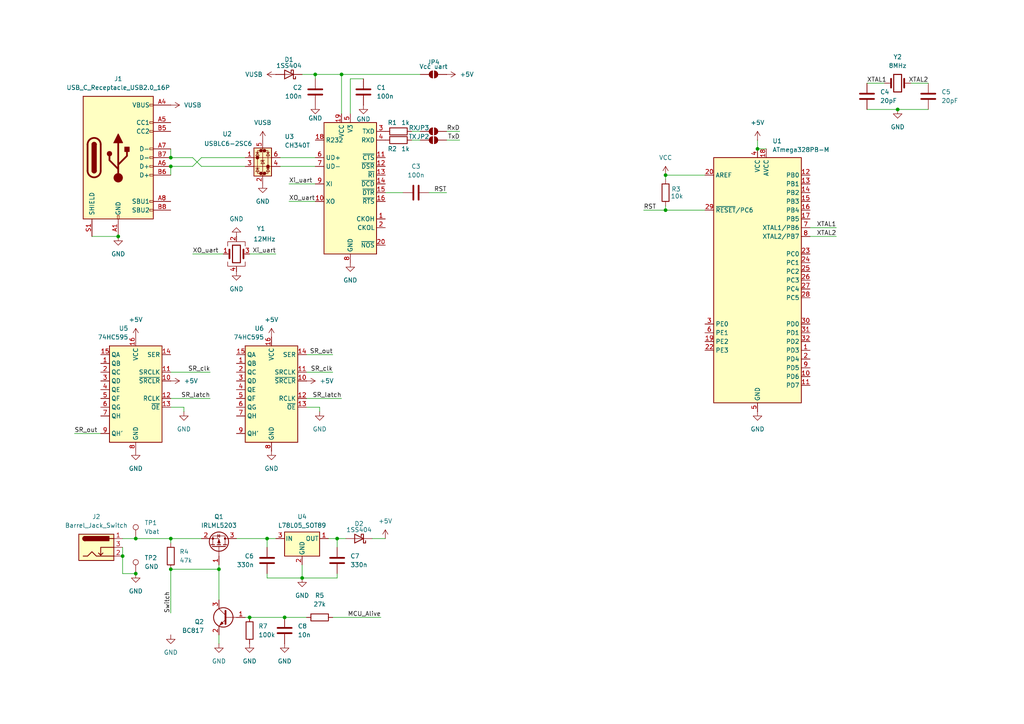
<source format=kicad_sch>
(kicad_sch (version 20250114) (generator "eeschema") (generator_version "9.0")
  (paper "A4")
  (lib_symbols
    (symbol "74xx:74HC595"
      (property "Reference" "U" (at -7.62 13.97 0))
      (property "Value" "74HC595" (at -7.62 -16.51 0))
      (symbol "74HC595_1_0"
        (pin input line (at -10.16 10.16 0) (length 2.54) (name "SER") (number "14"))
        (pin input line (at -10.16 5.08 0) (length 2.54) (name "SRCLK") (number "11"))
        (pin input line (at -10.16 2.54 0) (length 2.54) (name "~{SRCLR}") (number "10"))
        (pin input line (at -10.16 -2.54 0) (length 2.54) (name "RCLK") (number "12"))
        (pin input line (at -10.16 -5.08 0) (length 2.54) (name "~{OE}") (number "13"))
        (pin power_in line (at 0 15.24 270) (length 2.54) (name "VCC") (number "16"))
        (pin power_in line (at 0 -17.78 90) (length 2.54) (name "GND") (number "8"))
        (pin tri_state line (at 10.16 10.16 180) (length 2.54) (name "QA") (number "15"))
        (pin tri_state line (at 10.16 7.62 180) (length 2.54) (name "QB") (number "1"))
        (pin tri_state line (at 10.16 5.08 180) (length 2.54) (name "QC") (number "2"))
        (pin tri_state line (at 10.16 2.54 180) (length 2.54) (name "QD") (number "3"))
        (pin tri_state line (at 10.16 0 180) (length 2.54) (name "QE") (number "4"))
        (pin tri_state line (at 10.16 -2.54 180) (length 2.54) (name "QF") (number "5"))
        (pin tri_state line (at 10.16 -5.08 180) (length 2.54) (name "QG") (number "6"))
        (pin tri_state line (at 10.16 -7.62 180) (length 2.54) (name "QH") (number "7"))
        (pin output line (at 10.16 -12.7 180) (length 2.54) (name "QH'") (number "9"))
      )
      (symbol "74HC595_1_1"
        (rectangle (start -7.62 12.7) (end 7.62 -15.24) (stroke (width 0.254)) (fill (type background)))
      )
    )
    (symbol "Connector:Barrel_Jack_Switch" (pin_names (hide yes))
      (property "Reference" "J" (at 0 5.334 0))
      (property "Value" "Barrel_Jack_Switch" (at 0 -5.08 0))
      (symbol "Barrel_Jack_Switch_0_1"
        (rectangle (start -5.08 3.81) (end 5.08 -3.81) (stroke (width 0.254)) (fill (type background)))
        (polyline (pts (xy -3.81 -2.54) (xy -2.54 -2.54) (xy -1.27 -1.27) (xy 0 -2.54) (xy 2.54 -2.54) (xy 5.08 -2.54)) (stroke (width 0.254)))
        (arc (start -3.302 1.905) (mid -3.9343 2.54) (end -3.302 3.175) (stroke (width 0.254)))
        (arc (start -3.302 1.905) (mid -3.9343 2.54) (end -3.302 3.175) (stroke (width 0.254)) (fill (type outline)))
        (polyline (pts (xy 1.27 -2.286) (xy 1.905 -1.651)) (stroke (width 0.254)))
        (rectangle (start 3.683 3.175) (end -3.302 1.905) (stroke (width 0.254)) (fill (type outline)))
        (polyline (pts (xy 5.08 2.54) (xy 3.81 2.54)) (stroke (width 0.254)))
        (polyline (pts (xy 5.08 0) (xy 1.27 0) (xy 1.27 -2.286) (xy 0.635 -1.651)) (stroke (width 0.254)))
      )
      (symbol "Barrel_Jack_Switch_1_1"
        (pin passive line (at 7.62 2.54 180) (length 2.54) (name "~") (number "1"))
        (pin passive line (at 7.62 0 180) (length 2.54) (name "~") (number "3"))
        (pin passive line (at 7.62 -2.54 180) (length 2.54) (name "~") (number "2"))
      )
    )
    (symbol "Connector:TestPoint" (pin_numbers (hide yes)) (pin_names (offset 0.762) (hide yes))
      (property "Reference" "TP" (at 0 6.858 0))
      (property "Value" "TestPoint" (at 0 5.08 0))
      (symbol "TestPoint_0_1"
        (circle (center 0 3.302) (radius 0.762))
      )
      (symbol "TestPoint_1_1"
        (pin passive line (at 0 0 90) (length 2.54) (name "1") (number "1"))
      )
    )
    (symbol "Connector:USB_C_Receptacle_USB2.0_16P" (pin_names (offset 1.016))
      (property "Reference" "J" (at 0 22.225 0))
      (property "Value" "USB_C_Receptacle_USB2.0_16P" (at 0 19.685 0))
      (symbol "USB_C_Receptacle_USB2.0_16P_0_0"
        (rectangle (start -0.254 -17.78) (end 0.254 -16.764))
        (rectangle (start 10.16 15.494) (end 9.144 14.986))
        (rectangle (start 10.16 10.414) (end 9.144 9.906))
        (rectangle (start 10.16 7.874) (end 9.144 7.366))
        (rectangle (start 10.16 2.794) (end 9.144 2.286))
        (rectangle (start 10.16 0.254) (end 9.144 -0.254))
        (rectangle (start 10.16 -2.286) (end 9.144 -2.794))
        (rectangle (start 10.16 -4.826) (end 9.144 -5.334))
        (rectangle (start 10.16 -12.446) (end 9.144 -12.954))
        (rectangle (start 10.16 -14.986) (end 9.144 -15.494))
      )
      (symbol "USB_C_Receptacle_USB2.0_16P_0_1"
        (rectangle (start -10.16 17.78) (end 10.16 -17.78) (stroke (width 0.254)) (fill (type background)))
        (polyline (pts (xy -8.89 -3.81) (xy -8.89 3.81)) (stroke (width 0.508)))
        (rectangle (start -7.62 -3.81) (end -6.35 3.81) (stroke (width 0.254)) (fill (type outline)))
        (arc (start -7.62 3.81) (mid -6.985 4.4423) (end -6.35 3.81) (stroke (width 0.254)))
        (arc (start -7.62 3.81) (mid -6.985 4.4423) (end -6.35 3.81) (stroke (width 0.254)) (fill (type outline)))
        (arc (start -8.89 3.81) (mid -6.985 5.7067) (end -5.08 3.81) (stroke (width 0.508)))
        (arc (start -5.08 -3.81) (mid -6.985 -5.7067) (end -8.89 -3.81) (stroke (width 0.508)))
        (arc (start -6.35 -3.81) (mid -6.985 -4.4423) (end -7.62 -3.81) (stroke (width 0.254)))
        (arc (start -6.35 -3.81) (mid -6.985 -4.4423) (end -7.62 -3.81) (stroke (width 0.254)) (fill (type outline)))
        (polyline (pts (xy -5.08 3.81) (xy -5.08 -3.81)) (stroke (width 0.508)))
        (circle (center -2.54 1.143) (radius 0.635) (stroke (width 0.254)) (fill (type outline)))
        (polyline (pts (xy -1.27 4.318) (xy 0 6.858) (xy 1.27 4.318) (xy -1.27 4.318)) (stroke (width 0.254)) (fill (type outline)))
        (polyline (pts (xy 0 -2.032) (xy 2.54 0.508) (xy 2.54 1.778)) (stroke (width 0.508)))
        (polyline (pts (xy 0 -3.302) (xy -2.54 -0.762) (xy -2.54 0.508)) (stroke (width 0.508)))
        (polyline (pts (xy 0 -5.842) (xy 0 4.318)) (stroke (width 0.508)))
        (circle (center 0 -5.842) (radius 1.27) (fill (type outline)))
        (rectangle (start 1.905 1.778) (end 3.175 3.048) (stroke (width 0.254)) (fill (type outline)))
      )
      (symbol "USB_C_Receptacle_USB2.0_16P_1_1"
        (pin passive line (at -7.62 -22.86 90) (length 5.08) (name "SHIELD") (number "S1"))
        (pin passive line (at 0 -22.86 90) (length 5.08) (name "GND") (number "A1"))
        (pin passive line (at 0 -22.86 90) (length 5.08) (hide yes) (name "GND") (number "A12"))
        (pin passive line (at 0 -22.86 90) (length 5.08) (hide yes) (name "GND") (number "B1"))
        (pin passive line (at 0 -22.86 90) (length 5.08) (hide yes) (name "GND") (number "B12"))
        (pin passive line (at 15.24 15.24 180) (length 5.08) (name "VBUS") (number "A4"))
        (pin passive line (at 15.24 15.24 180) (length 5.08) (hide yes) (name "VBUS") (number "A9"))
        (pin passive line (at 15.24 15.24 180) (length 5.08) (hide yes) (name "VBUS") (number "B4"))
        (pin passive line (at 15.24 15.24 180) (length 5.08) (hide yes) (name "VBUS") (number "B9"))
        (pin bidirectional line (at 15.24 10.16 180) (length 5.08) (name "CC1") (number "A5"))
        (pin bidirectional line (at 15.24 7.62 180) (length 5.08) (name "CC2") (number "B5"))
        (pin bidirectional line (at 15.24 2.54 180) (length 5.08) (name "D-") (number "A7"))
        (pin bidirectional line (at 15.24 0 180) (length 5.08) (name "D-") (number "B7"))
        (pin bidirectional line (at 15.24 -2.54 180) (length 5.08) (name "D+") (number "A6"))
        (pin bidirectional line (at 15.24 -5.08 180) (length 5.08) (name "D+") (number "B6"))
        (pin bidirectional line (at 15.24 -12.7 180) (length 5.08) (name "SBU1") (number "A8"))
        (pin bidirectional line (at 15.24 -15.24 180) (length 5.08) (name "SBU2") (number "B8"))
      )
    )
    (symbol "Device:C" (pin_numbers (hide yes)) (pin_names (offset 0.254))
      (property "Reference" "C" (at 0.635 2.54 0))
      (property "Value" "C" (at 0.635 -2.54 0))
      (symbol "C_0_1"
        (polyline (pts (xy -2.032 0.762) (xy 2.032 0.762)) (stroke (width 0.508)))
        (polyline (pts (xy -2.032 -0.762) (xy 2.032 -0.762)) (stroke (width 0.508)))
      )
      (symbol "C_1_1"
        (pin passive line (at 0 3.81 270) (length 2.794) (name "~") (number "1"))
        (pin passive line (at 0 -3.81 90) (length 2.794) (name "~") (number "2"))
      )
    )
    (symbol "Device:Crystal" (pin_numbers (hide yes)) (pin_names (offset 1.016) (hide yes))
      (property "Reference" "Y" (at 0 3.81 0))
      (property "Value" "Crystal" (at 0 -3.81 0))
      (symbol "Crystal_0_1"
        (polyline (pts (xy -2.54 0) (xy -1.905 0)))
        (polyline (pts (xy -1.905 -1.27) (xy -1.905 1.27)) (stroke (width 0.508)))
        (rectangle (start -1.143 2.54) (end 1.143 -2.54) (stroke (width 0.3048)))
        (polyline (pts (xy 1.905 -1.27) (xy 1.905 1.27)) (stroke (width 0.508)))
        (polyline (pts (xy 2.54 0) (xy 1.905 0)))
      )
      (symbol "Crystal_1_1"
        (pin passive line (at -3.81 0 0) (length 1.27) (name "1") (number "1"))
        (pin passive line (at 3.81 0 180) (length 1.27) (name "2") (number "2"))
      )
    )
    (symbol "Device:Crystal_GND24" (pin_names (offset 1.016) (hide yes))
      (property "Reference" "Y" (at 3.175 5.08 0))
      (property "Value" "Crystal_GND24" (at 3.175 3.175 0))
      (symbol "Crystal_GND24_0_1"
        (polyline (pts (xy -2.54 2.286) (xy -2.54 3.556) (xy 2.54 3.556) (xy 2.54 2.286)))
        (polyline (pts (xy -2.54 0) (xy -2.032 0)))
        (polyline (pts (xy -2.54 -2.286) (xy -2.54 -3.556) (xy 2.54 -3.556) (xy 2.54 -2.286)))
        (polyline (pts (xy -2.032 -1.27) (xy -2.032 1.27)) (stroke (width 0.508)))
        (rectangle (start -1.143 2.54) (end 1.143 -2.54) (stroke (width 0.3048)))
        (polyline (pts (xy 0 3.556) (xy 0 3.81)))
        (polyline (pts (xy 0 -3.81) (xy 0 -3.556)))
        (polyline (pts (xy 2.032 0) (xy 2.54 0)))
        (polyline (pts (xy 2.032 -1.27) (xy 2.032 1.27)) (stroke (width 0.508)))
      )
      (symbol "Crystal_GND24_1_1"
        (pin passive line (at -3.81 0 0) (length 1.27) (name "1") (number "1"))
        (pin passive line (at 0 5.08 270) (length 1.27) (name "2") (number "2"))
        (pin passive line (at 0 -5.08 90) (length 1.27) (name "4") (number "4"))
        (pin passive line (at 3.81 0 180) (length 1.27) (name "3") (number "3"))
      )
    )
    (symbol "Device:D_Schottky" (pin_numbers (hide yes)) (pin_names (offset 1.016) (hide yes))
      (property "Reference" "D" (at 0 2.54 0))
      (property "Value" "D_Schottky" (at 0 -2.54 0))
      (symbol "D_Schottky_0_1"
        (polyline (pts (xy -1.905 0.635) (xy -1.905 1.27) (xy -1.27 1.27) (xy -1.27 -1.27) (xy -0.635 -1.27) (xy -0.635 -0.635)) (stroke (width 0.254)))
        (polyline (pts (xy 1.27 1.27) (xy 1.27 -1.27) (xy -1.27 0) (xy 1.27 1.27)) (stroke (width 0.254)))
        (polyline (pts (xy 1.27 0) (xy -1.27 0)))
      )
      (symbol "D_Schottky_1_1"
        (pin passive line (at -3.81 0 0) (length 2.54) (name "K") (number "1"))
        (pin passive line (at 3.81 0 180) (length 2.54) (name "A") (number "2"))
      )
    )
    (symbol "Device:R" (pin_numbers (hide yes)) (pin_names (offset 0))
      (property "Reference" "R" (at 2.032 0 90))
      (property "Value" "R" (at 0 0 90))
      (symbol "R_0_1"
        (rectangle (start -1.016 -2.54) (end 1.016 2.54) (stroke (width 0.254)))
      )
      (symbol "R_1_1"
        (pin passive line (at 0 3.81 270) (length 1.27) (name "~") (number "1"))
        (pin passive line (at 0 -3.81 90) (length 1.27) (name "~") (number "2"))
      )
    )
    (symbol "Interface_USB:CH340T"
      (property "Reference" "U" (at -7.62 22.86 0))
      (property "Value" "CH340T" (at 7.62 22.86 0))
      (symbol "CH340T_1_1"
        (rectangle (start -7.62 20.32) (end 7.62 -17.78) (stroke (width 0.254)) (fill (type background)))
        (pin input line (at -10.16 15.24 0) (length 2.54) (name "R232") (number "18"))
        (pin bidirectional line (at -10.16 10.16 0) (length 2.54) (name "UD+") (number "6"))
        (pin bidirectional line (at -10.16 7.62 0) (length 2.54) (name "UD-") (number "7"))
        (pin input line (at -10.16 2.54 0) (length 2.54) (name "XI") (number "9"))
        (pin output line (at -10.16 -2.54 0) (length 2.54) (name "XO") (number "10"))
        (pin no_connect line (at -7.62 -7.62 0) (length 2.54) (hide yes) (name "NC") (number "17"))
        (pin power_in line (at -2.54 22.86 270) (length 2.54) (name "VCC") (number "19"))
        (pin power_out line (at 0 22.86 270) (length 2.54) (name "V3") (number "5"))
        (pin power_in line (at 0 -20.32 90) (length 2.54) (name "GND") (number "8"))
        (pin output line (at 10.16 17.78 180) (length 2.54) (name "TXD") (number "3"))
        (pin input line (at 10.16 15.24 180) (length 2.54) (name "RXD") (number "4"))
        (pin input line (at 10.16 10.16 180) (length 2.54) (name "~{CTS}") (number "11"))
        (pin input line (at 10.16 7.62 180) (length 2.54) (name "~{DSR}") (number "12"))
        (pin input line (at 10.16 5.08 180) (length 2.54) (name "~{RI}") (number "13"))
        (pin input line (at 10.16 2.54 180) (length 2.54) (name "~{DCD}") (number "14"))
        (pin output line (at 10.16 0 180) (length 2.54) (name "~{DTR}") (number "15"))
        (pin output line (at 10.16 -2.54 180) (length 2.54) (name "~{RTS}") (number "16"))
        (pin output line (at 10.16 -7.62 180) (length 2.54) (name "CKOH") (number "1"))
        (pin output line (at 10.16 -10.16 180) (length 2.54) (name "CKOL") (number "2"))
        (pin input line (at 10.16 -15.24 180) (length 2.54) (name "~{NOS}") (number "20"))
      )
    )
    (symbol "Jumper:SolderJumper_2_Open" (pin_numbers (hide yes)) (pin_names (offset 0) (hide yes)) (in_bom no)
      (property "Reference" "JP" (at 0 2.032 0))
      (property "Value" "SolderJumper_2_Open" (at 0 -2.54 0))
      (symbol "SolderJumper_2_Open_0_1"
        (polyline (pts (xy -0.254 1.016) (xy -0.254 -1.016)))
        (arc (start -0.254 -1.016) (mid -1.2656 0) (end -0.254 1.016))
        (arc (start -0.254 -1.016) (mid -1.2656 0) (end -0.254 1.016) (fill (type outline)))
        (arc (start 0.254 1.016) (mid 1.2656 0) (end 0.254 -1.016))
        (arc (start 0.254 1.016) (mid 1.2656 0) (end 0.254 -1.016) (fill (type outline)))
        (polyline (pts (xy 0.254 1.016) (xy 0.254 -1.016)))
      )
      (symbol "SolderJumper_2_Open_1_1"
        (pin passive line (at -3.81 0 0) (length 2.54) (name "A") (number "1"))
        (pin passive line (at 3.81 0 180) (length 2.54) (name "B") (number "2"))
      )
    )
    (symbol "MCU_Microchip_ATmega:ATmega328PB-M"
      (property "Reference" "U1" (at 2.1433 -38.1 0))
      (property "Value" "ATmega328PB-M" (at 2.1433 -40.64 0))
      (symbol "ATmega328PB-M_0_1"
        (rectangle (start -12.7 -35.56) (end 12.7 35.56) (stroke (width 0.254)) (fill (type background)))
      )
      (symbol "ATmega328PB-M_1_1"
        (pin passive line (at -15.24 30.48 0) (length 2.54) (name "AREF") (number "20"))
        (pin bidirectional line (at -15.24 20.32 0) (length 2.54) (name "~{RESET}/PC6") (number "29"))
        (pin bidirectional line (at -15.24 -12.7 0) (length 2.54) (name "PE0") (number "3"))
        (pin bidirectional line (at -15.24 -15.24 0) (length 2.54) (name "PE1") (number "6"))
        (pin bidirectional line (at -15.24 -17.78 0) (length 2.54) (name "PE2") (number "19"))
        (pin bidirectional line (at -15.24 -20.32 0) (length 2.54) (name "PE3") (number "22"))
        (pin power_in line (at 0 38.1 270) (length 2.54) (name "VCC") (number "4"))
        (pin passive line (at 0 -38.1 90) (length 2.54) (hide yes) (name "GND") (number "21"))
        (pin passive line (at 0 -38.1 90) (length 2.54) (hide yes) (name "GND") (number "33"))
        (pin power_in line (at 0 -38.1 90) (length 2.54) (name "GND") (number "5"))
        (pin power_in line (at 2.54 38.1 270) (length 2.54) (name "AVCC") (number "18"))
        (pin bidirectional line (at 15.24 30.48 180) (length 2.54) (name "PB0") (number "12"))
        (pin bidirectional line (at 15.24 27.94 180) (length 2.54) (name "PB1") (number "13"))
        (pin bidirectional line (at 15.24 25.4 180) (length 2.54) (name "PB2") (number "14"))
        (pin bidirectional line (at 15.24 22.86 180) (length 2.54) (name "PB3") (number "15"))
        (pin bidirectional line (at 15.24 20.32 180) (length 2.54) (name "PB4") (number "16"))
        (pin bidirectional line (at 15.24 17.78 180) (length 2.54) (name "PB5") (number "17"))
        (pin bidirectional line (at 15.24 15.24 180) (length 2.54) (name "XTAL1/PB6") (number "7"))
        (pin bidirectional line (at 15.24 12.7 180) (length 2.54) (name "XTAL2/PB7") (number "8"))
        (pin bidirectional line (at 15.24 7.62 180) (length 2.54) (name "PC0") (number "23"))
        (pin bidirectional line (at 15.24 5.08 180) (length 2.54) (name "PC1") (number "24"))
        (pin bidirectional line (at 15.24 2.54 180) (length 2.54) (name "PC2") (number "25"))
        (pin bidirectional line (at 15.24 0 180) (length 2.54) (name "PC3") (number "26"))
        (pin bidirectional line (at 15.24 -2.54 180) (length 2.54) (name "PC4") (number "27"))
        (pin bidirectional line (at 15.24 -5.08 180) (length 2.54) (name "PC5") (number "28"))
        (pin bidirectional line (at 15.24 -12.7 180) (length 2.54) (name "PD0") (number "30"))
        (pin bidirectional line (at 15.24 -15.24 180) (length 2.54) (name "PD1") (number "31"))
        (pin bidirectional line (at 15.24 -17.78 180) (length 2.54) (name "PD2") (number "32"))
        (pin bidirectional line (at 15.24 -20.32 180) (length 2.54) (name "PD3") (number "1"))
        (pin bidirectional line (at 15.24 -22.86 180) (length 2.54) (name "PD4") (number "2"))
        (pin bidirectional line (at 15.24 -25.4 180) (length 2.54) (name "PD5") (number "9"))
        (pin bidirectional line (at 15.24 -27.94 180) (length 2.54) (name "PD6") (number "10"))
        (pin bidirectional line (at 15.24 -30.48 180) (length 2.54) (name "PD7") (number "11"))
      )
    )
    (symbol "Power_Protection:USBLC6-2SC6" (pin_names (hide yes))
      (property "Reference" "U" (at 0.635 5.715 0))
      (property "Value" "USBLC6-2SC6" (at 0.635 3.81 0))
      (symbol "USBLC6-2SC6_0_0"
        (circle (center -1.524 0) (radius 0.0001) (stroke (width 0.508)))
        (circle (center -0.508 2.032) (radius 0.0001) (stroke (width 0.508)))
        (circle (center -0.508 -4.572) (radius 0.0001) (stroke (width 0.508)))
        (circle (center 0.508 2.032) (radius 0.0001) (stroke (width 0.508)))
        (circle (center 0.508 -4.572) (radius 0.0001) (stroke (width 0.508)))
        (circle (center 1.524 -2.54) (radius 0.0001) (stroke (width 0.508)))
      )
      (symbol "USBLC6-2SC6_0_1"
        (polyline (pts (xy -2.54 0) (xy 2.54 0)))
        (polyline (pts (xy -2.54 -2.54) (xy 2.54 -2.54)))
        (polyline (pts (xy -2.032 0.508) (xy -1.016 0.508) (xy -1.524 1.524) (xy -2.032 0.508)))
        (polyline (pts (xy -2.032 -3.048) (xy -1.016 -3.048)))
        (polyline (pts (xy -1.016 1.524) (xy -2.032 1.524)))
        (polyline (pts (xy -1.016 -4.064) (xy -2.032 -4.064) (xy -1.524 -3.048) (xy -1.016 -4.064)))
        (polyline (pts (xy -0.508 -1.143) (xy -0.508 -0.762) (xy 0.508 -0.762)))
        (polyline (pts (xy 0 2.54) (xy -0.508 2.032) (xy 0.508 2.032) (xy 0 1.524) (xy 0 -4.064) (xy -0.508 -4.572) (xy 0.508 -4.572) (xy 0 -5.08)))
        (polyline (pts (xy 0.508 -1.778) (xy -0.508 -1.778) (xy 0 -0.762) (xy 0.508 -1.778)))
        (polyline (pts (xy 1.016 1.524) (xy 2.032 1.524)))
        (polyline (pts (xy 1.016 -3.048) (xy 2.032 -3.048)))
        (polyline (pts (xy 2.032 0.508) (xy 1.016 0.508) (xy 1.524 1.524) (xy 2.032 0.508)))
        (polyline (pts (xy 2.032 -4.064) (xy 1.016 -4.064) (xy 1.524 -3.048) (xy 2.032 -4.064)))
      )
      (symbol "USBLC6-2SC6_1_1"
        (rectangle (start -2.54 2.794) (end 2.54 -5.334) (stroke (width 0.254)) (fill (type background)))
        (polyline (pts (xy -0.508 2.032) (xy -1.524 2.032) (xy -1.524 -4.572) (xy -0.508 -4.572)))
        (polyline (pts (xy 0.508 -4.572) (xy 1.524 -4.572) (xy 1.524 2.032) (xy 0.508 2.032)))
        (pin passive line (at -5.08 0 0) (length 2.54) (name "I/O1") (number "1"))
        (pin passive line (at -5.08 -2.54 0) (length 2.54) (name "I/O2") (number "3"))
        (pin passive line (at 0 5.08 270) (length 2.54) (name "VBUS") (number "5"))
        (pin passive line (at 0 -7.62 90) (length 2.54) (name "GND") (number "2"))
        (pin passive line (at 5.08 0 180) (length 2.54) (name "I/O1") (number "6"))
        (pin passive line (at 5.08 -2.54 180) (length 2.54) (name "I/O2") (number "4"))
      )
    )
    (symbol "Regulator_Linear:L78L05_SOT89" (pin_names (offset 0.254))
      (property "Reference" "U" (at -3.81 3.175 0))
      (property "Value" "L78L05_SOT89" (at -0.635 3.175 0))
      (symbol "L78L05_SOT89_0_1"
        (rectangle (start -5.08 1.905) (end 5.08 -5.08) (stroke (width 0.254)) (fill (type background)))
      )
      (symbol "L78L05_SOT89_1_1"
        (pin power_in line (at -7.62 0 0) (length 2.54) (name "IN") (number "3"))
        (pin power_in line (at 0 -7.62 90) (length 2.54) (name "GND") (number "2"))
        (pin power_out line (at 7.62 0 180) (length 2.54) (name "OUT") (number "1"))
      )
    )
    (symbol "Transistor_BJT:BC817" (pin_names (offset 0) (hide yes))
      (property "Reference" "Q" (at 5.08 1.905 0))
      (property "Value" "BC817" (at 5.08 0 0))
      (symbol "BC817_0_1"
        (polyline (pts (xy -2.54 0) (xy 0.635 0)))
        (polyline (pts (xy 0.635 1.905) (xy 0.635 -1.905)) (stroke (width 0.508)))
        (circle (center 1.27 0) (radius 2.8194) (stroke (width 0.254)))
      )
      (symbol "BC817_1_1"
        (polyline (pts (xy 0.635 0.635) (xy 2.54 2.54)))
        (polyline (pts (xy 0.635 -0.635) (xy 2.54 -2.54)))
        (polyline (pts (xy 1.27 -1.778) (xy 1.778 -1.27) (xy 2.286 -2.286) (xy 1.27 -1.778)) (fill (type outline)))
        (pin input line (at -5.08 0 0) (length 2.54) (name "B") (number "1"))
        (pin passive line (at 2.54 5.08 270) (length 2.54) (name "C") (number "3"))
        (pin passive line (at 2.54 -5.08 90) (length 2.54) (name "E") (number "2"))
      )
    )
    (symbol "Transistor_FET:IRLML5203" (pin_names (hide yes))
      (property "Reference" "Q" (at 5.08 1.905 0))
      (property "Value" "IRLML5203" (at 5.08 0 0))
      (symbol "IRLML5203_0_1"
        (polyline (pts (xy 0.254 1.905) (xy 0.254 -1.905)) (stroke (width 0.254)))
        (polyline (pts (xy 0.254 0) (xy -2.54 0)))
        (polyline (pts (xy 0.762 2.286) (xy 0.762 1.27)) (stroke (width 0.254)))
        (polyline (pts (xy 0.762 1.778) (xy 3.302 1.778) (xy 3.302 -1.778) (xy 0.762 -1.778)))
        (polyline (pts (xy 0.762 0.508) (xy 0.762 -0.508)) (stroke (width 0.254)))
        (polyline (pts (xy 0.762 -1.27) (xy 0.762 -2.286)) (stroke (width 0.254)))
        (circle (center 1.651 0) (radius 2.794) (stroke (width 0.254)))
        (polyline (pts (xy 2.286 0) (xy 1.27 0.381) (xy 1.27 -0.381) (xy 2.286 0)) (fill (type outline)))
        (polyline (pts (xy 2.54 2.54) (xy 2.54 1.778)))
        (circle (center 2.54 1.778) (radius 0.254) (fill (type outline)))
        (circle (center 2.54 -1.778) (radius 0.254) (fill (type outline)))
        (polyline (pts (xy 2.54 -2.54) (xy 2.54 0) (xy 0.762 0)))
        (polyline (pts (xy 2.794 -0.508) (xy 2.921 -0.381) (xy 3.683 -0.381) (xy 3.81 -0.254)))
        (polyline (pts (xy 3.302 -0.381) (xy 2.921 0.254) (xy 3.683 0.254) (xy 3.302 -0.381)))
      )
      (symbol "IRLML5203_1_1"
        (pin input line (at -5.08 0 0) (length 2.54) (name "G") (number "1"))
        (pin passive line (at 2.54 5.08 270) (length 2.54) (name "D") (number "3"))
        (pin passive line (at 2.54 -5.08 90) (length 2.54) (name "S") (number "2"))
      )
    )
    (symbol "power:+5V" (power) (pin_numbers (hide yes)) (pin_names (offset 0) (hide yes))
      (property "Value" "+5V" (at 0 3.556 0))
      (symbol "+5V_0_1"
        (polyline (pts (xy -0.762 1.27) (xy 0 2.54)))
        (polyline (pts (xy 0 2.54) (xy 0.762 1.27)))
        (polyline (pts (xy 0 0) (xy 0 2.54)))
      )
      (symbol "+5V_1_1"
        (pin power_in line (at 0 0 90) (length 0) (name "~") (number "1"))
      )
    )
    (symbol "power:GND" (power) (pin_numbers (hide yes)) (pin_names (offset 0) (hide yes))
      (property "Value" "GND" (at 0 -3.81 0))
      (symbol "GND_0_1"
        (polyline (pts (xy 0 0) (xy 0 -1.27) (xy 1.27 -1.27) (xy 0 -2.54) (xy -1.27 -1.27) (xy 0 -1.27)))
      )
      (symbol "GND_1_1"
        (pin power_in line (at 0 0 270) (length 0) (name "~") (number "1"))
      )
    )
    (symbol "power:VCC" (power) (pin_numbers (hide yes)) (pin_names (offset 0) (hide yes))
      (property "Value" "VCC" (at 0 3.556 0))
      (symbol "VCC_0_1"
        (polyline (pts (xy -0.762 1.27) (xy 0 2.54)))
        (polyline (pts (xy 0 2.54) (xy 0.762 1.27)))
        (polyline (pts (xy 0 0) (xy 0 2.54)))
      )
      (symbol "VCC_1_1"
        (pin power_in line (at 0 0 90) (length 0) (name "~") (number "1"))
      )
    )
  )
  (junction (at 219.71 43.18))
  (junction (at 91.44 21.59))
  (junction (at 260.35 31.75))
  (junction (at 35.56 161.29))
  (junction (at 193.04 60.96))
  (junction (at 39.37 166.37))
  (junction (at 49.53 48.26))
  (junction (at 63.5 165.1))
  (junction (at 99.06 21.59))
  (junction (at 49.53 156.21))
  (junction (at 193.04 50.8))
  (junction (at 34.29 68.58))
  (junction (at 49.53 45.72))
  (junction (at 72.39 179.07))
  (junction (at 82.55 179.07))
  (junction (at 97.79 156.21))
  (junction (at 39.37 156.21))
  (junction (at 77.47 156.21))
  (junction (at 49.53 165.1))
  (junction (at 87.63 167.64))
  (wire (pts (xy 77.47 167.64) (xy 77.47 166.37)))
  (wire (pts (xy 87.63 163.83) (xy 87.63 167.64)))
  (wire (pts (xy 81.28 45.72) (xy 91.44 45.72)))
  (wire (pts (xy 88.9 107.95) (xy 96.52 107.95)))
  (wire (pts (xy 111.76 55.88) (xy 116.84 55.88)))
  (wire (pts (xy 49.53 115.57) (xy 60.96 115.57)))
  (wire (pts (xy 49.53 48.26) (xy 49.53 50.8)))
  (wire (pts (xy 193.04 50.8) (xy 204.47 50.8)))
  (wire (pts (xy 242.57 66.04) (xy 234.95 66.04)))
  (wire (pts (xy 49.53 48.26) (xy 55.88 48.26)))
  (wire (pts (xy 124.46 55.88) (xy 129.54 55.88)))
  (wire (pts (xy 234.95 68.58) (xy 242.57 68.58)))
  (wire (pts (xy 204.47 60.96) (xy 193.04 60.96)))
  (wire (pts (xy 35.56 161.29) (xy 35.56 166.37)))
  (wire (pts (xy 251.46 31.75) (xy 260.35 31.75)))
  (wire (pts (xy 68.58 156.21) (xy 77.47 156.21)))
  (wire (pts (xy 95.25 156.21) (xy 97.79 156.21)))
  (wire (pts (xy 97.79 156.21) (xy 100.33 156.21)))
  (wire (pts (xy 83.82 53.34) (xy 91.44 53.34)))
  (wire (pts (xy 63.5 173.99) (xy 63.5 165.1)))
  (wire (pts (xy 92.71 119.38) (xy 92.71 118.11)))
  (wire (pts (xy 58.42 48.26) (xy 71.12 48.26)))
  (wire (pts (xy 72.39 73.66) (xy 80.01 73.66)))
  (wire (pts (xy 87.63 167.64) (xy 97.79 167.64)))
  (wire (pts (xy 97.79 156.21) (xy 97.79 158.75)))
  (wire (pts (xy 107.95 156.21) (xy 111.76 156.21)))
  (wire (pts (xy 83.82 58.42) (xy 91.44 58.42)))
  (wire (pts (xy 193.04 50.8) (xy 193.04 52.07)))
  (wire (pts (xy 63.5 163.83) (xy 63.5 165.1)))
  (wire (pts (xy 193.04 59.69) (xy 193.04 60.96)))
  (wire (pts (xy 63.5 186.69) (xy 63.5 184.15)))
  (wire (pts (xy 119.38 40.64) (xy 121.92 40.64)))
  (wire (pts (xy 264.16 24.13) (xy 269.24 24.13)))
  (wire (pts (xy 77.47 156.21) (xy 80.01 156.21)))
  (wire (pts (xy 55.88 45.72) (xy 58.42 48.26)))
  (wire (pts (xy 49.53 165.1) (xy 63.5 165.1)))
  (wire (pts (xy 219.71 40.64) (xy 219.71 43.18)))
  (wire (pts (xy 92.71 118.11) (xy 88.9 118.11)))
  (wire (pts (xy 49.53 45.72) (xy 55.88 45.72)))
  (wire (pts (xy 101.6 22.86) (xy 105.41 22.86)))
  (wire (pts (xy 39.37 156.21) (xy 49.53 156.21)))
  (wire (pts (xy 49.53 165.1) (xy 49.53 177.8)))
  (wire (pts (xy 49.53 118.11) (xy 53.34 118.11)))
  (wire (pts (xy 49.53 156.21) (xy 58.42 156.21)))
  (wire (pts (xy 222.25 43.18) (xy 219.71 43.18)))
  (wire (pts (xy 87.63 21.59) (xy 91.44 21.59)))
  (wire (pts (xy 129.54 40.64) (xy 133.35 40.64)))
  (wire (pts (xy 81.28 48.26) (xy 91.44 48.26)))
  (wire (pts (xy 77.47 158.75) (xy 77.47 156.21)))
  (wire (pts (xy 186.69 60.96) (xy 193.04 60.96)))
  (wire (pts (xy 96.52 179.07) (xy 110.49 179.07)))
  (wire (pts (xy 97.79 166.37) (xy 97.79 167.64)))
  (wire (pts (xy 55.88 73.66) (xy 64.77 73.66)))
  (wire (pts (xy 53.34 118.11) (xy 53.34 119.38)))
  (wire (pts (xy 21.59 125.73) (xy 29.21 125.73)))
  (wire (pts (xy 121.92 21.59) (xy 99.06 21.59)))
  (wire (pts (xy 99.06 21.59) (xy 99.06 33.02)))
  (wire (pts (xy 49.53 43.18) (xy 49.53 45.72)))
  (wire (pts (xy 35.56 156.21) (xy 39.37 156.21)))
  (wire (pts (xy 26.67 68.58) (xy 34.29 68.58)))
  (wire (pts (xy 49.53 156.21) (xy 49.53 157.48)))
  (wire (pts (xy 129.54 38.1) (xy 133.35 38.1)))
  (wire (pts (xy 58.42 45.72) (xy 71.12 45.72)))
  (wire (pts (xy 251.46 24.13) (xy 256.54 24.13)))
  (wire (pts (xy 96.52 102.87) (xy 88.9 102.87)))
  (wire (pts (xy 101.6 22.86) (xy 101.6 33.02)))
  (wire (pts (xy 119.38 38.1) (xy 121.92 38.1)))
  (wire (pts (xy 88.9 115.57) (xy 99.06 115.57)))
  (wire (pts (xy 55.88 48.26) (xy 58.42 45.72)))
  (wire (pts (xy 35.56 158.75) (xy 35.56 161.29)))
  (wire (pts (xy 72.39 179.07) (xy 71.12 179.07)))
  (wire (pts (xy 260.35 31.75) (xy 269.24 31.75)))
  (wire (pts (xy 49.53 107.95) (xy 60.96 107.95)))
  (wire (pts (xy 91.44 21.59) (xy 91.44 22.86)))
  (wire (pts (xy 82.55 179.07) (xy 72.39 179.07)))
  (wire (pts (xy 88.9 179.07) (xy 82.55 179.07)))
  (wire (pts (xy 35.56 166.37) (xy 39.37 166.37)))
  (wire (pts (xy 77.47 167.64) (xy 87.63 167.64)))
  (wire (pts (xy 91.44 21.59) (xy 99.06 21.59)))
  (label "Xi_uart" (at 83.82 53.34 0))
  (label "RST" (at 129.54 55.88 180))
  (label "MCU_Alive" (at 110.49 179.07 180))
  (label "XTAL2" (at 242.57 68.58 180))
  (label "TxD" (at 133.35 40.64 180))
  (label "XTAL1" (at 251.46 24.13 0))
  (label "XTAL2" (at 269.24 24.13 180))
  (label "SR_clk" (at 96.52 107.95 180))
  (label "XO_uart" (at 55.88 73.66 0))
  (label "SR_clk" (at 60.96 107.95 180))
  (label "RST" (at 186.69 60.96 0))
  (label "SR_latch" (at 99.06 115.57 180))
  (label "RxD" (at 133.35 38.1 180))
  (label "SR_out" (at 21.59 125.73 0))
  (label "XO_uart" (at 83.82 58.42 0))
  (label "Xi_uart" (at 80.01 73.66 180))
  (label "SR_out" (at 96.52 102.87 180))
  (label "XTAL1" (at 242.57 66.04 180))
  (label "SR_latch" (at 60.96 115.57 180))
  (label "Switch" (at 49.53 177.8 90))
  (symbol (lib_id "Device:D_Schottky") (at 104.14 156.21 180) (unit 1)
    (property "Reference" "D2" (at 104.14 151.892 0))
    (property "Value" "1SS404" (at 104.14 153.67 0))
    (property "Footprint" "Diode_SMD:D_SOD-323" (effects (hide yes)))
    (property "Description" "Schottky diode" (effects (hide yes)))
  )
  (symbol (lib_id "Device:R") (at 92.71 179.07 90) (unit 1)
    (property "Reference" "R5" (at 92.71 172.72 90))
    (property "Value" "27k" (at 92.71 175.26 90))
    (property "Footprint" "Resistor_SMD:R_0603_1608Metric" (effects (hide yes)))
    (property "Description" "Resistor" (effects (hide yes)))
  )
  (symbol (lib_id "Device:C") (at 77.47 162.56 0) (mirror y) (unit 1)
    (property "Reference" "C6" (at 73.66 161.2899 0) (effects (justify left)))
    (property "Value" "330n" (at 73.66 163.8299 0) (effects (justify left)))
    (property "Footprint" "Capacitor_SMD:C_0603_1608Metric" (effects (hide yes)))
    (property "Description" "Unpolarized capacitor" (effects (hide yes)))
  )
  (symbol (lib_id "Device:C") (at 251.46 27.94 0) (unit 1)
    (property "Reference" "C4" (at 255.27 26.6699 0) (effects (justify left)))
    (property "Value" "20pF" (at 255.27 29.2099 0) (effects (justify left)))
    (property "Footprint" "Capacitor_SMD:C_0603_1608Metric" (effects (hide yes)))
    (property "Description" "Unpolarized capacitor" (effects (hide yes)))
  )
  (symbol (lib_id "MCU_Microchip_ATmega:ATmega328PB-M") (at 219.71 81.28 0) (unit 1)
    (property "Reference" "U1" (at 224.028 40.894 0) (effects (justify left)))
    (property "Value" "ATmega328PB-M" (at 224.028 43.434 0) (effects (justify left)))
    (property "Footprint" "Package_DFN_QFN:QFN-32-1EP_5x5mm_P0.5mm_EP3.1x3.1mm" (effects (hide yes)))
    (property "Datasheet" "http://ww1.microchip.com/downloads/en/DeviceDoc/40001906C.pdf" (effects (hide yes)))
    (property "Description" "20MHz, 32kB Flash, 2kB SRAM, 1kB EEPROM, QFN-32" (effects (hide yes)))
    (property "jlc" "C967933" (effects (hide yes)))
  )
  (symbol (lib_id "Connector:Barrel_Jack_Switch") (at 27.94 158.75 0) (unit 1)
    (property "Reference" "J2" (at 27.94 149.86 0))
    (property "Value" "Barrel_Jack_Switch" (at 27.94 152.4 0))
    (property "Footprint" "Connector_BarrelJack:BarrelJack_GCT_DCJ200-10-A_Horizontal" (effects (hide yes)))
    (property "Description" "DC Barrel Jack with an internal switch" (effects (hide yes)))
  )
  (symbol (lib_id "Device:R") (at 49.53 161.29 0) (unit 1)
    (property "Reference" "R4" (at 52.07 160.0199 0) (effects (justify left)))
    (property "Value" "47k" (at 52.07 162.5599 0) (effects (justify left)))
    (property "Description" "Resistor" (effects (hide yes)))
  )
  (symbol (lib_id "power:GND") (at 34.29 68.58 0) (unit 1)
    (property "Reference" "#PWR03" (effects (hide yes)))
    (property "Value" "GND" (at 34.29 73.66 0))
    (property "Description" "Power symbol creates a global label with name \"GND\" , ground" (effects (hide yes)))
  )
  (symbol (lib_id "power:+5V") (at 78.74 97.79 0) (unit 1)
    (property "Reference" "#PWR026" (effects (hide yes)))
    (property "Value" "+5V" (at 78.74 92.71 0))
    (property "Description" "Power symbol creates a global label with name \"+5V\"" (effects (hide yes)))
  )
  (symbol (lib_id "power:VCC") (at 80.01 21.59 90) (unit 1)
    (property "Reference" "#PWR017" (effects (hide yes)))
    (property "Value" "VUSB" (at 76.2 21.5899 90) (effects (justify left)))
    (property "Description" "Power symbol creates a global label with name \"VCC\"" (effects (hide yes)))
  )
  (symbol (lib_id "Device:R") (at 115.57 40.64 90) (mirror x) (unit 1)
    (property "Reference" "R2" (at 113.792 43.18 90))
    (property "Value" "1k" (at 117.602 43.18 90))
    (property "Footprint" "Resistor_SMD:R_0603_1608Metric" (effects (hide yes)))
    (property "Description" "Resistor" (effects (hide yes)))
  )
  (symbol (lib_id "power:GND") (at 219.71 119.38 0) (unit 1)
    (property "Reference" "#PWR011" (effects (hide yes)))
    (property "Value" "GND" (at 219.71 124.46 0))
    (property "Description" "Power symbol creates a global label with name \"GND\" , ground" (effects (hide yes)))
  )
  (symbol (lib_id "Device:C") (at 269.24 27.94 0) (unit 1)
    (property "Reference" "C5" (at 273.05 26.6699 0) (effects (justify left)))
    (property "Value" "20pF" (at 273.05 29.2099 0) (effects (justify left)))
    (property "Footprint" "Capacitor_SMD:C_0603_1608Metric" (effects (hide yes)))
    (property "Description" "Unpolarized capacitor" (effects (hide yes)))
  )
  (symbol (lib_id "Device:R") (at 115.57 38.1 90) (unit 1)
    (property "Reference" "R1" (at 113.792 35.56 90))
    (property "Value" "1k" (at 117.602 35.56 90))
    (property "Footprint" "Resistor_SMD:R_0603_1608Metric" (effects (hide yes)))
    (property "Description" "Resistor" (effects (hide yes)))
  )
  (symbol (lib_id "power:+5V") (at 129.54 21.59 270) (unit 1)
    (property "Reference" "#PWR06" (effects (hide yes)))
    (property "Value" "+5V" (at 133.35 21.5899 90) (effects (justify left)))
    (property "Description" "Power symbol creates a global label with name \"+5V\"" (effects (hide yes)))
  )
  (symbol (lib_id "Device:C") (at 105.41 26.67 0) (unit 1)
    (property "Reference" "C1" (at 109.22 25.3999 0) (effects (justify left)))
    (property "Value" "100n" (at 109.22 27.9399 0) (effects (justify left)))
    (property "Footprint" "Capacitor_SMD:C_0603_1608Metric" (effects (hide yes)))
    (property "Description" "Unpolarized capacitor" (effects (hide yes)))
  )
  (symbol (lib_id "power:VCC") (at 49.53 30.48 270) (unit 1)
    (property "Reference" "#PWR04" (effects (hide yes)))
    (property "Value" "VUSB" (at 53.34 30.4799 90) (effects (justify left)))
    (property "Description" "Power symbol creates a global label with name \"VCC\"" (effects (hide yes)))
  )
  (symbol (lib_id "power:GND") (at 39.37 130.81 0) (unit 1)
    (property "Reference" "#PWR02" (effects (hide yes)))
    (property "Value" "GND" (at 39.37 135.89 0))
    (property "Description" "Power symbol creates a global label with name \"GND\" , ground" (effects (hide yes)))
  )
  (symbol (lib_id "power:GND") (at 78.74 130.81 0) (unit 1)
    (property "Reference" "#PWR024" (effects (hide yes)))
    (property "Value" "GND" (at 78.74 135.89 0))
    (property "Description" "Power symbol creates a global label with name \"GND\" , ground" (effects (hide yes)))
  )
  (symbol (lib_id "Jumper:SolderJumper_2_Open") (at 125.73 38.1 0) (unit 1) (in_bom no)
    (property "Reference" "JP3" (at 122.682 37.084 0))
    (property "Value" "RX" (at 119.888 37.084 0))
    (property "Description" "Solder Jumper, 2-pole, open" (effects (hide yes)))
  )
  (symbol (lib_id "power:GND") (at 72.39 186.69 0) (unit 1)
    (property "Reference" "#PWR022" (effects (hide yes)))
    (property "Value" "GND" (at 72.39 191.77 0))
    (property "Description" "Power symbol creates a global label with name \"GND\" , ground" (effects (hide yes)))
  )
  (symbol (lib_id "Interface_USB:CH340T") (at 101.6 55.88 0) (unit 1)
    (property "Reference" "U3" (at 82.55 39.624 0) (effects (justify left)))
    (property "Value" "CH340T" (at 82.55 42.164 0) (effects (justify left)))
    (property "Footprint" "Package_SO:SSOP-20_5.3x7.2mm_P0.65mm" (effects (hide yes)))
    (property "Datasheet" "https://cdn.sparkfun.com/datasheets/Dev/Arduino/Other/CH340DS1.PDF" (effects (hide yes)))
    (property "Description" "USB serial converter, UART, SSOP-20" (effects (hide yes)))
  )
  (symbol (lib_id "power:GND") (at 39.37 166.37 0) (unit 1)
    (property "Reference" "#PWR019" (effects (hide yes)))
    (property "Value" "GND" (at 39.37 171.45 0))
    (property "Description" "Power symbol creates a global label with name \"GND\" , ground" (effects (hide yes)))
  )
  (symbol (lib_id "power:GND") (at 260.35 31.75 0) (unit 1)
    (property "Reference" "#PWR012" (effects (hide yes)))
    (property "Value" "GND" (at 260.35 36.83 0))
    (property "Description" "Power symbol creates a global label with name \"GND\" , ground" (effects (hide yes)))
  )
  (symbol (lib_id "power:GND") (at 105.41 30.48 0) (unit 1)
    (property "Reference" "#PWR07" (effects (hide yes)))
    (property "Value" "GND" (at 105.41 34.544 0))
    (property "Description" "Power symbol creates a global label with name \"GND\" , ground" (effects (hide yes)))
  )
  (symbol (lib_id "power:GND") (at 63.5 186.69 0) (unit 1)
    (property "Reference" "#PWR020" (effects (hide yes)))
    (property "Value" "GND" (at 63.5 191.77 0))
    (property "Description" "Power symbol creates a global label with name \"GND\" , ground" (effects (hide yes)))
  )
  (symbol (lib_id "Jumper:SolderJumper_2_Open") (at 125.73 21.59 0) (unit 1) (in_bom no)
    (property "Reference" "JP4" (at 125.73 18.034 0))
    (property "Value" "Vcc uart" (at 125.73 19.304 0))
    (property "Description" "Solder Jumper, 2-pole, open" (effects (hide yes)))
  )
  (symbol (lib_id "Device:R") (at 193.04 55.88 0) (mirror x) (unit 1)
    (property "Reference" "R3" (at 196.088 54.864 0))
    (property "Value" "10k" (at 196.342 56.896 0))
    (property "Footprint" "Resistor_SMD:R_0603_1608Metric" (effects (hide yes)))
    (property "Description" "Resistor" (effects (hide yes)))
  )
  (symbol (lib_id "Power_Protection:USBLC6-2SC6") (at 76.2 45.72 0) (unit 1)
    (property "Reference" "U2" (at 64.516 38.862 0) (effects (justify left)))
    (property "Value" "USBLC6-2SC6" (at 59.182 41.656 0) (effects (justify left)))
    (property "Footprint" "Package_TO_SOT_SMD:SOT-23-6" (effects (hide yes)))
    (property "Datasheet" "https://www.st.com/resource/en/datasheet/usblc6-2.pdf" (effects (hide yes)))
    (property "Description" "Very low capacitance ESD protection diode, 2 data-line, SOT-23-6" (effects (hide yes)))
  )
  (symbol (lib_id "power:GND") (at 91.44 30.48 0) (mirror y) (unit 1)
    (property "Reference" "#PWR08" (effects (hide yes)))
    (property "Value" "GND" (at 91.44 34.29 0))
    (property "Description" "Power symbol creates a global label with name \"GND\" , ground" (effects (hide yes)))
  )
  (symbol (lib_id "power:+5V") (at 39.37 97.79 0) (unit 1)
    (property "Reference" "#PWR025" (effects (hide yes)))
    (property "Value" "+5V" (at 39.37 92.71 0))
    (property "Description" "Power symbol creates a global label with name \"+5V\"" (effects (hide yes)))
  )
  (symbol (lib_id "power:GND") (at 76.2 53.34 0) (unit 1)
    (property "Reference" "#PWR01" (effects (hide yes)))
    (property "Value" "GND" (at 76.2 58.42 0))
    (property "Description" "Power symbol creates a global label with name \"GND\" , ground" (effects (hide yes)))
  )
  (symbol (lib_id "power:GND") (at 68.58 78.74 0) (unit 1)
    (property "Reference" "#PWR09" (effects (hide yes)))
    (property "Value" "GND" (at 68.58 83.82 0))
    (property "Description" "Power symbol creates a global label with name \"GND\" , ground" (effects (hide yes)))
  )
  (symbol (lib_id "power:GND") (at 49.53 184.15 0) (unit 1)
    (property "Reference" "#PWR021" (effects (hide yes)))
    (property "Value" "GND" (at 49.53 189.23 0))
    (property "Description" "Power symbol creates a global label with name \"GND\" , ground" (effects (hide yes)))
  )
  (symbol (lib_id "Connector:USB_C_Receptacle_USB2.0_16P") (at 34.29 45.72 0) (unit 1)
    (property "Reference" "J1" (at 34.29 22.86 0))
    (property "Value" "USB_C_Receptacle_USB2.0_16P" (at 34.29 25.4 0))
    (property "Footprint" "Connector_USB:USB_C_Receptacle_GCT_USB4105-xx-A_16P_TopMnt_Horizontal" (effects (hide yes)))
    (property "Datasheet" "https://www.usb.org/sites/default/files/documents/usb_type-c.zip" (effects (hide yes)))
    (property "Description" "USB 2.0-only 16P Type-C Receptacle connector" (effects (hide yes)))
  )
  (symbol (lib_id "power:+5V") (at 219.71 40.64 0) (unit 1)
    (property "Reference" "#PWR015" (effects (hide yes)))
    (property "Value" "+5V" (at 219.71 35.56 0))
    (property "Description" "Power symbol creates a global label with name \"+5V\"" (effects (hide yes)))
  )
  (symbol (lib_id "Device:C") (at 82.55 182.88 0) (unit 1)
    (property "Reference" "C8" (at 86.36 181.6099 0) (effects (justify left)))
    (property "Value" "10n" (at 86.36 184.1499 0) (effects (justify left)))
    (property "Footprint" "Capacitor_SMD:C_0603_1608Metric" (effects (hide yes)))
    (property "Description" "Unpolarized capacitor" (effects (hide yes)))
  )
  (symbol (lib_id "power:+5V") (at 88.9 110.49 270) (unit 1)
    (property "Reference" "#PWR029" (effects (hide yes)))
    (property "Value" "+5V" (at 92.71 110.4899 90) (effects (justify left)))
    (property "Description" "Power symbol creates a global label with name \"+5V\"" (effects (hide yes)))
  )
  (symbol (lib_id "power:+5V") (at 49.53 110.49 270) (unit 1)
    (property "Reference" "#PWR030" (effects (hide yes)))
    (property "Value" "+5V" (at 53.34 110.4899 90) (effects (justify left)))
    (property "Description" "Power symbol creates a global label with name \"+5V\"" (effects (hide yes)))
  )
  (symbol (lib_id "74xx:74HC595") (at 78.74 113.03 0) (mirror y) (unit 1)
    (property "Reference" "U6" (at 76.5967 95.25 0) (effects (justify left)))
    (property "Value" "74HC595" (at 76.5967 97.79 0) (effects (justify left)))
    (property "Footprint" "Package_SO:SOIC-16_3.9x9.9mm_P1.27mm" (effects (hide yes)))
    (property "Datasheet" "http://www.ti.com/lit/ds/symlink/sn74hc595.pdf" (effects (hide yes)))
    (property "Description" "8-bit serial in/out Shift Register 3-State Outputs" (effects (hide yes)))
  )
  (symbol (lib_id "power:VCC") (at 193.04 50.8 0) (unit 1)
    (property "Reference" "#PWR014" (effects (hide yes)))
    (property "Value" "VCC" (at 193.04 45.72 0))
    (property "Description" "Power symbol creates a global label with name \"VCC\"" (effects (hide yes)))
  )
  (symbol (lib_id "Device:Crystal_GND24") (at 68.58 73.66 0) (unit 1)
    (property "Reference" "Y1" (at 75.692 66.294 0))
    (property "Value" "12MHz" (at 76.708 69.342 0))
    (property "Footprint" "Crystal:Crystal_SMD_Abracon_ABM8G-4Pin_3.2x2.5mm" (effects (hide yes)))
    (property "Description" "Four pin crystal, GND on pins 2 and 4" (effects (hide yes)))
    (property "jcl" "    C9002" (effects (hide yes)))
  )
  (symbol (lib_id "Device:R") (at 72.39 182.88 180) (unit 1)
    (property "Reference" "R7" (at 74.93 181.6099 0) (effects (justify right)))
    (property "Value" "100k" (at 74.93 184.1499 0) (effects (justify right)))
    (property "Footprint" "Resistor_SMD:R_0603_1608Metric" (effects (hide yes)))
    (property "Description" "Resistor" (effects (hide yes)))
  )
  (symbol (lib_id "power:GND") (at 92.71 119.38 0) (unit 1)
    (property "Reference" "#PWR028" (effects (hide yes)))
    (property "Value" "GND" (at 92.71 124.46 0))
    (property "Description" "Power symbol creates a global label with name \"GND\" , ground" (effects (hide yes)))
  )
  (symbol (lib_id "power:GND") (at 53.34 119.38 0) (unit 1)
    (property "Reference" "#PWR027" (effects (hide yes)))
    (property "Value" "GND" (at 53.34 124.46 0))
    (property "Description" "Power symbol creates a global label with name \"GND\" , ground" (effects (hide yes)))
  )
  (symbol (lib_id "Device:C") (at 120.65 55.88 90) (unit 1)
    (property "Reference" "C3" (at 120.65 48.26 90))
    (property "Value" "100n" (at 120.65 50.8 90))
    (property "Footprint" "Capacitor_SMD:C_0603_1608Metric" (effects (hide yes)))
    (property "Description" "Unpolarized capacitor" (effects (hide yes)))
  )
  (symbol (lib_id "power:GND") (at 82.55 186.69 0) (unit 1)
    (property "Reference" "#PWR023" (effects (hide yes)))
    (property "Value" "GND" (at 82.55 191.77 0))
    (property "Description" "Power symbol creates a global label with name \"GND\" , ground" (effects (hide yes)))
  )
  (symbol (lib_id "Jumper:SolderJumper_2_Open") (at 125.73 40.64 0) (unit 1) (in_bom no)
    (property "Reference" "JP2" (at 122.682 39.624 0))
    (property "Value" "TX" (at 119.634 39.624 0))
    (property "Description" "Solder Jumper, 2-pole, open" (effects (hide yes)))
  )
  (symbol (lib_id "power:GND") (at 101.6 76.2 0) (unit 1)
    (property "Reference" "#PWR05" (effects (hide yes)))
    (property "Value" "GND" (at 101.6 81.28 0))
    (property "Description" "Power symbol creates a global label with name \"GND\" , ground" (effects (hide yes)))
  )
  (symbol (lib_id "Connector:TestPoint") (at 39.37 166.37 0) (unit 1)
    (property "Reference" "TP2" (at 41.91 161.7979 0) (effects (justify left)))
    (property "Value" "GND" (at 41.91 164.3379 0) (effects (justify left)))
    (property "Footprint" "TestPoint:TestPoint_Pad_4.0x4.0mm" (effects (hide yes)))
    (property "Description" "test point" (effects (hide yes)))
  )
  (symbol (lib_id "Device:C") (at 97.79 162.56 0) (unit 1)
    (property "Reference" "C7" (at 101.6 161.2899 0) (effects (justify left)))
    (property "Value" "330n" (at 101.6 163.8299 0) (effects (justify left)))
    (property "Footprint" "Capacitor_SMD:C_0603_1608Metric" (effects (hide yes)))
    (property "Description" "Unpolarized capacitor" (effects (hide yes)))
  )
  (symbol (lib_id "Connector:TestPoint") (at 39.37 156.21 0) (unit 1)
    (property "Reference" "TP1" (at 41.91 151.6379 0) (effects (justify left)))
    (property "Value" "Vbat" (at 41.91 154.1779 0) (effects (justify left)))
    (property "Footprint" "TestPoint:TestPoint_Pad_4.0x4.0mm" (effects (hide yes)))
    (property "Description" "test point" (effects (hide yes)))
  )
  (symbol (lib_id "power:GND") (at 87.63 167.64 0) (unit 1)
    (property "Reference" "#PWR016" (effects (hide yes)))
    (property "Value" "GND" (at 87.63 172.72 0))
    (property "Description" "Power symbol creates a global label with name \"GND\" , ground" (effects (hide yes)))
  )
  (symbol (lib_id "Regulator_Linear:L78L05_SOT89") (at 87.63 156.21 0) (unit 1)
    (property "Reference" "U4" (at 87.63 149.86 0))
    (property "Value" "L78L05_SOT89" (at 87.63 152.4 0))
    (property "Footprint" "Package_TO_SOT_SMD:SOT-89-3" (effects (hide yes)))
    (property "Datasheet" "http://www.st.com/content/ccc/resource/technical/document/datasheet/15/55/e5/aa/23/5b/43/fd/CD00000446.pdf/files/CD00000446.pdf/jcr:content/translations/en.CD00000446.pdf" (effects (hide yes)))
    (property "Description" "Positive 100mA 30V Linear Regulator, Fixed Output 5V, SOT-89" (effects (hide yes)))
    (property "jlc" "C347258" (effects (hide yes)))
  )
  (symbol (lib_id "Device:Crystal") (at 260.35 24.13 0) (unit 1)
    (property "Reference" "Y2" (at 260.35 16.51 0))
    (property "Value" "8MHz" (at 260.35 19.05 0))
    (property "Footprint" "Crystal:Crystal_SMD_HC49-SD" (effects (hide yes)))
    (property "Description" "Two pin crystal" (effects (hide yes)))
  )
  (symbol (lib_id "power:+5V") (at 111.76 156.21 0) (unit 1)
    (property "Reference" "#PWR013" (effects (hide yes)))
    (property "Value" "+5V" (at 111.76 151.13 0))
    (property "Description" "Power symbol creates a global label with name \"+5V\"" (effects (hide yes)))
  )
  (symbol (lib_id "Transistor_FET:IRLML5203") (at 63.5 158.75 270) (mirror x) (unit 1)
    (property "Reference" "Q1" (at 63.5 149.86 90))
    (property "Value" "IRLML5203" (at 63.5 152.4 90))
    (property "Footprint" "Package_TO_SOT_SMD:SOT-23" (effects (hide yes)))
    (property "Datasheet" "https://www.infineon.com/dgdl/irlml5203pbf.pdf?fileId=5546d462533600a40153566868da261d" (effects (hide yes)))
    (property "Description" "-3.0A Id, -30V Vds, 98mOhm Rds, P-Channel HEXFET Power MOSFET, SOT-23" (effects (hide yes)))
    (property "jlc" "C2592" (effects (hide yes)))
  )
  (symbol (lib_id "Device:C") (at 91.44 26.67 0) (mirror y) (unit 1)
    (property "Reference" "C2" (at 87.63 25.3999 0) (effects (justify left)))
    (property "Value" "100n" (at 87.63 27.9399 0) (effects (justify left)))
    (property "Footprint" "Capacitor_SMD:C_0603_1608Metric" (effects (hide yes)))
    (property "Description" "Unpolarized capacitor" (effects (hide yes)))
  )
  (symbol (lib_id "power:GND") (at 68.58 68.58 180) (unit 1)
    (property "Reference" "#PWR010" (effects (hide yes)))
    (property "Value" "GND" (at 68.58 63.5 0))
    (property "Description" "Power symbol creates a global label with name \"GND\" , ground" (effects (hide yes)))
  )
  (symbol (lib_id "74xx:74HC595") (at 39.37 113.03 0) (mirror y) (unit 1)
    (property "Reference" "U5" (at 37.2267 95.25 0) (effects (justify left)))
    (property "Value" "74HC595" (at 37.2267 97.79 0) (effects (justify left)))
    (property "Footprint" "Package_SO:SOIC-16_3.9x9.9mm_P1.27mm" (effects (hide yes)))
    (property "Datasheet" "http://www.ti.com/lit/ds/symlink/sn74hc595.pdf" (effects (hide yes)))
    (property "Description" "8-bit serial in/out Shift Register 3-State Outputs" (effects (hide yes)))
  )
  (symbol (lib_id "Device:D_Schottky") (at 83.82 21.59 180) (unit 1)
    (property "Reference" "D1" (at 83.82 17.272 0))
    (property "Value" "1SS404" (at 83.82 19.05 0))
    (property "Footprint" "Diode_SMD:D_SOD-323" (effects (hide yes)))
    (property "Description" "Schottky diode" (effects (hide yes)))
  )
  (symbol (lib_id "power:VCC") (at 76.2 40.64 0) (unit 1)
    (property "Reference" "#PWR018" (effects (hide yes)))
    (property "Value" "VUSB" (at 76.2 35.56 0))
    (property "Description" "Power symbol creates a global label with name \"VCC\"" (effects (hide yes)))
  )
  (symbol (lib_id "Transistor_BJT:BC817") (at 66.04 179.07 0) (mirror y) (unit 1)
    (property "Reference" "Q2" (at 59.182 180.34 0) (effects (justify left)))
    (property "Value" "BC817" (at 59.182 182.88 0) (effects (justify left)))
    (property "Footprint" "Package_TO_SOT_SMD:SOT-23" (effects (hide yes)))
    (property "Datasheet" "https://www.onsemi.com/pub/Collateral/BC818-D.pdf" (effects (hide yes)))
    (property "Description" "0.8A Ic, 45V Vce, NPN Transistor, SOT-23" (effects (hide yes)))
    (property "jlc" "C8658" (effects (hide yes)))
  )
)
</source>
